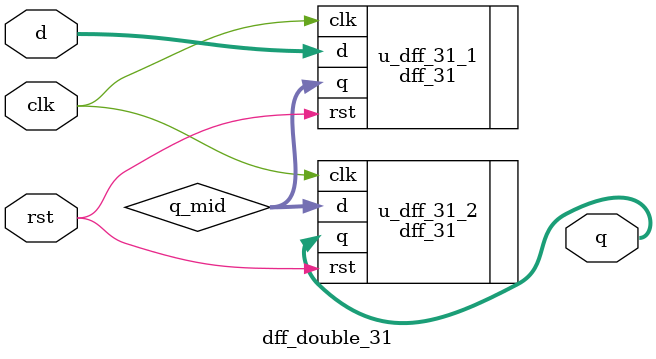
<source format=v>
/*
 * @Author: [Zhuohao Lee]
 * @Date: 2022-04-18 17:45:52
 * @LastEditors: [Zhuohao Lee]
 * @LastEditTime: 2022-04-23 14:03:08
 * @FilePath: /undefined/Users/edith_lzh/Desktop/大三下/VLSI/github/lab/lab1/A1_new/dff_double_31.v
 * @Description: edith_lzh@sjtu.edu.cn
 * yes
 * Copyright (c) 2022 by Zhuohao Lee, All Rights Reserved.
 */

`timescale 1ns / 1ps
module dff_double_31(input clk,
                     input rst,
                     input [30:0] d,
                     output wire [30:0] q);
    
    wire [30:0] q_mid;
    
    dff_31 u_dff_31_1(
    .clk(clk),
    .rst(rst),
    .d(d),
    .q(q_mid)
    );
    dff_31 u_dff_31_2(
    .clk(clk),
    .rst(rst),
    .d(q_mid),
    .q(q)
    );
endmodule

</source>
